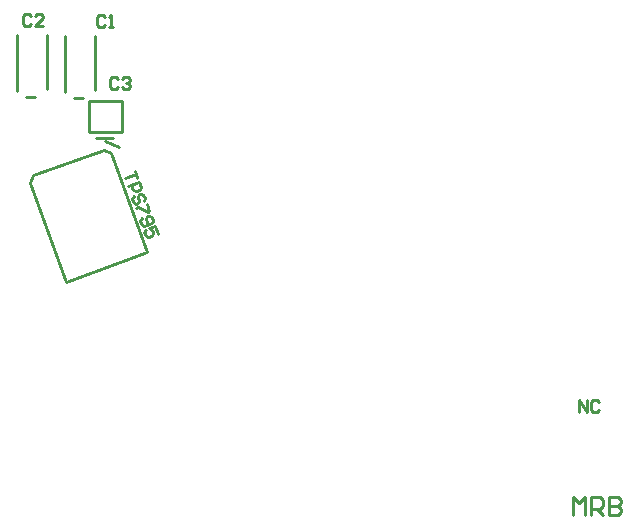
<source format=gbo>
G04 Layer_Color=32896*
%FSLAX44Y44*%
%MOMM*%
G71*
G01*
G75*
%ADD10C,0.2540*%
D10*
X-371677Y-40120D02*
X-364057D01*
X-353897Y-33770D02*
Y11950D01*
X-379297Y-35040D02*
Y11950D01*
X-412970Y-39475D02*
X-405350D01*
X-395190Y-33125D02*
Y12595D01*
X-420590Y-34395D02*
Y12595D01*
X-379217Y-195817D02*
X-309999Y-170624D01*
X-406586Y-105767D02*
X-346916Y-84049D01*
X-409622Y-112278D02*
X-406586Y-105767D01*
X-340405Y-87085D02*
X-309999Y-170624D01*
X-409622Y-112278D02*
X-379217Y-195817D01*
X-345507Y-76779D02*
X-334113Y-82092D01*
X-346916Y-84049D02*
X-340405Y-87085D01*
X-331780Y-69315D02*
Y-42645D01*
X-359720D02*
X-331780D01*
X-359720Y-69315D02*
Y-42645D01*
Y-69315D02*
X-331780D01*
X-353370Y-74395D02*
X-339400D01*
X-334771Y-24597D02*
X-336437Y-22931D01*
X-339770D01*
X-341436Y-24597D01*
Y-31261D01*
X-339770Y-32927D01*
X-336437D01*
X-334771Y-31261D01*
X-331439Y-24597D02*
X-329773Y-22931D01*
X-326441D01*
X-324775Y-24597D01*
Y-26263D01*
X-326441Y-27929D01*
X-328107D01*
X-326441D01*
X-324775Y-29595D01*
Y-31261D01*
X-326441Y-32927D01*
X-329773D01*
X-331439Y-31261D01*
X-408708Y29021D02*
X-410375Y30687D01*
X-413707D01*
X-415373Y29021D01*
Y22356D01*
X-413707Y20690D01*
X-410375D01*
X-408708Y22356D01*
X-398712Y20690D02*
X-405376D01*
X-398712Y27355D01*
Y29021D01*
X-400378Y30687D01*
X-403710D01*
X-405376Y29021D01*
X-345643Y28041D02*
X-347309Y29707D01*
X-350641D01*
X-352307Y28041D01*
Y21376D01*
X-350641Y19710D01*
X-347309D01*
X-345643Y21376D01*
X-342310Y19710D02*
X-338978D01*
X-340644D01*
Y29707D01*
X-342310Y28041D01*
X50559Y-393403D02*
Y-378168D01*
X55637Y-383246D01*
X60716Y-378168D01*
Y-393403D01*
X65794D02*
Y-378168D01*
X73412D01*
X75951Y-380707D01*
Y-385785D01*
X73412Y-388325D01*
X65794D01*
X70872D02*
X75951Y-393403D01*
X81029Y-378168D02*
Y-393403D01*
X88647D01*
X91186Y-390864D01*
Y-388325D01*
X88647Y-385785D01*
X81029D01*
X88647D01*
X91186Y-383246D01*
Y-380707D01*
X88647Y-378168D01*
X81029D01*
X-320693Y-102024D02*
X-318414Y-108287D01*
X-319553Y-105155D01*
X-328947Y-108574D01*
X-326668Y-114837D02*
X-317274Y-111418D01*
X-315564Y-116115D01*
X-316560Y-118250D01*
X-319692Y-119390D01*
X-321827Y-118394D01*
X-323537Y-113697D01*
X-313141Y-127644D02*
X-312145Y-125509D01*
X-313285Y-122377D01*
X-315421Y-121382D01*
X-316986Y-121951D01*
X-317982Y-124087D01*
X-316842Y-127218D01*
X-317838Y-129354D01*
X-319404Y-129923D01*
X-321539Y-128928D01*
X-322679Y-125796D01*
X-321683Y-123661D01*
X-310436Y-130206D02*
X-308156Y-136468D01*
X-309722Y-137038D01*
X-318264Y-133055D01*
X-319830Y-133625D01*
X-314845Y-142449D02*
X-315841Y-144584D01*
X-314701Y-147716D01*
X-312565Y-148711D01*
X-306303Y-146432D01*
X-305307Y-144296D01*
X-306447Y-141165D01*
X-308582Y-140169D01*
X-310148Y-140739D01*
X-311144Y-142875D01*
X-309434Y-147572D01*
X-301318Y-155256D02*
X-303598Y-148993D01*
X-308295Y-150703D01*
X-305589Y-153264D01*
X-305019Y-154830D01*
X-306015Y-156966D01*
X-309146Y-158105D01*
X-311282Y-157109D01*
X-312422Y-153978D01*
X-311426Y-151843D01*
X55672Y-306444D02*
Y-296447D01*
X62337Y-306444D01*
Y-296447D01*
X72333Y-298113D02*
X70667Y-296447D01*
X67335D01*
X65669Y-298113D01*
Y-304778D01*
X67335Y-306444D01*
X70667D01*
X72333Y-304778D01*
M02*

</source>
